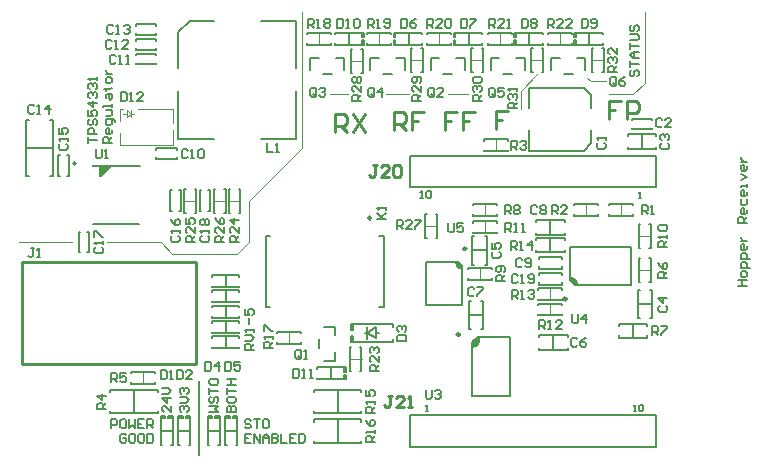
<source format=gto>
G04*
G04 #@! TF.GenerationSoftware,Altium Limited,Altium Designer,24.1.2 (44)*
G04*
G04 Layer_Color=65535*
%FSLAX44Y44*%
%MOMM*%
G71*
G04*
G04 #@! TF.SameCoordinates,8940CB7B-32E8-470A-AB05-D825E909EC58*
G04*
G04*
G04 #@! TF.FilePolarity,Positive*
G04*
G01*
G75*
%ADD10C,0.2500*%
%ADD11C,0.2000*%
%ADD12C,0.1500*%
%ADD13C,0.1000*%
%ADD14C,0.2540*%
%ADD15C,0.1270*%
%ADD16C,0.1524*%
G36*
X63030Y243521D02*
X67996D01*
Y236000D01*
Y235695D01*
X68334Y235189D01*
X68897Y234956D01*
X69495Y235075D01*
X69710Y235290D01*
X69710D01*
X77940Y243521D01*
X101975D01*
X102175D01*
X102544Y243674D01*
X102826Y243956D01*
X102979Y244325D01*
Y244525D01*
Y244724D01*
X102826Y245093D01*
X102544Y245376D01*
X102175Y245528D01*
X101975D01*
D01*
X63030D01*
X62614D01*
X62026Y244940D01*
Y244109D01*
X62614Y243521D01*
X63030D01*
D01*
D02*
G37*
G36*
X375500Y160000D02*
Y157000D01*
X374406D01*
X372384Y157837D01*
X370837Y159384D01*
X370000Y161406D01*
Y162500D01*
D01*
Y163500D01*
X372000D01*
X375500Y160000D01*
D02*
G37*
G36*
X384004Y91250D02*
X384754D01*
X386208Y91619D01*
X387526Y92334D01*
X388627Y93353D01*
X389444Y94611D01*
X389927Y96031D01*
X390044Y97526D01*
X389790Y99004D01*
X389486Y99690D01*
D01*
X384004Y94250D01*
X384004Y91250D01*
D02*
G37*
G36*
X473000Y144000D02*
Y145194D01*
X472087Y147399D01*
X470399Y149087D01*
X468194Y150000D01*
X467000D01*
D01*
X467000D01*
Y147000D01*
X470000Y144000D01*
X473000Y144000D01*
D02*
G37*
G36*
X566441Y344847D02*
Y344881D01*
X566475D01*
Y344847D01*
X566441D01*
D02*
G37*
G36*
X580500Y334900D02*
Y334950D01*
X580550D01*
Y334900D01*
X580500D01*
D02*
G37*
G36*
X556059Y362619D02*
X556025D01*
Y362653D01*
X556059D01*
Y362619D01*
D02*
G37*
G36*
X565400Y360750D02*
X565350D01*
Y360800D01*
X565400D01*
Y360750D01*
D02*
G37*
D10*
X298250Y200500D02*
G03*
X298250Y200500I-1250J0D01*
G01*
X373330Y101750D02*
G03*
X373330Y101750I-1250J0D01*
G01*
X378750Y174500D02*
G03*
X378750Y174500I-1250J0D01*
G01*
X463750Y132000D02*
G03*
X463750Y132000I-1250J0D01*
G01*
D11*
X384004Y91250D02*
G03*
X389540Y99563I0J6000D01*
G01*
X48000Y246500D02*
G03*
X48000Y246500I-1000J0D01*
G01*
X370000Y162500D02*
G03*
X375500Y157000I5500J0D01*
G01*
X473000Y144000D02*
G03*
X467000Y150000I-6000J0D01*
G01*
X331000Y226750D02*
X539000D01*
X331000D02*
Y253250D01*
X539000D01*
Y226750D02*
Y253250D01*
X331000Y33250D02*
X539000D01*
Y6750D02*
Y33250D01*
X331000Y6750D02*
X539000D01*
X331000D02*
Y33250D01*
X309000Y125000D02*
Y185000D01*
X209002Y125000D02*
Y185000D01*
X305000Y125000D02*
X309000D01*
X305000Y185000D02*
X309000D01*
X209002Y125000D02*
X213000D01*
X209002Y185000D02*
X213000D01*
X319250Y336000D02*
X326500D01*
Y326000D02*
Y336000D01*
X297500D02*
X304750D01*
X297500Y326000D02*
Y336000D01*
X308250Y322000D02*
X315750D01*
X421250Y336000D02*
X428500D01*
Y326000D02*
Y336000D01*
X399500D02*
X406750D01*
X399500Y326000D02*
Y336000D01*
X410250Y322000D02*
X417750D01*
X268250Y336000D02*
X275500D01*
Y326000D02*
Y336000D01*
X246500D02*
X253750D01*
X246500Y326000D02*
Y336000D01*
X257250Y322000D02*
X264750D01*
X431500Y257500D02*
X478250D01*
X431500Y310500D02*
X478250D01*
Y257500D02*
X484500Y263750D01*
X478250Y310500D02*
X484500Y304250D01*
X431500Y257500D02*
Y274500D01*
Y293500D02*
Y310500D01*
X484500Y263750D02*
Y274500D01*
Y293500D02*
Y304250D01*
X472250Y336000D02*
X479500D01*
Y326000D02*
Y336000D01*
X450500D02*
X457750D01*
X450500Y326000D02*
Y336000D01*
X461250Y322000D02*
X468750D01*
X268000Y79500D02*
Y86750D01*
X258000Y79500D02*
X268000D01*
Y101250D02*
Y108500D01*
X258000D02*
X268000D01*
X254000Y90250D02*
Y97750D01*
X295000Y98000D02*
Y108000D01*
Y103000D02*
X302000Y99000D01*
X295000Y103000D02*
X302000Y108000D01*
Y99000D02*
Y108000D01*
X293000Y103000D02*
X295000D01*
X302000D02*
X305000D01*
X370250Y336000D02*
X377500D01*
Y326000D02*
Y336000D01*
X348500D02*
X355750D01*
X348500Y326000D02*
Y336000D01*
X359250Y322000D02*
X366750D01*
X384004Y50000D02*
Y95120D01*
X388574Y99690D01*
X416004D01*
Y50000D02*
Y99690D01*
X384004Y50000D02*
X416004D01*
X152500Y0D02*
Y62500D01*
X135000Y267500D02*
Y308000D01*
X235000Y267500D02*
Y308000D01*
X135000Y357500D02*
X145000Y367500D01*
X135000Y327000D02*
Y357500D01*
X235000Y327000D02*
Y367500D01*
X205000D02*
X235000D01*
X145000D02*
X165000D01*
X205000Y267500D02*
X235000D01*
X135000D02*
X165000D01*
X69000Y236000D02*
Y244500D01*
Y236000D02*
X77500Y244500D01*
X63030Y244525D02*
X101975D01*
X63025Y195475D02*
X101970D01*
X370000Y162500D02*
Y163500D01*
X344500D02*
X372000D01*
X375500Y160000D01*
Y126500D02*
Y160000D01*
X344500Y126500D02*
Y163500D01*
Y126500D02*
X375500D01*
X518000Y144000D02*
Y176000D01*
X467000D02*
X518000D01*
X467000Y147500D02*
Y176000D01*
Y147500D02*
X470500Y144000D01*
X518000D01*
D12*
X264000Y63920D02*
Y74080D01*
X252570Y72810D02*
Y74080D01*
X275430D01*
Y70270D02*
Y74080D01*
Y63920D02*
Y67730D01*
X252570Y63920D02*
X275430D01*
X252570D02*
Y65190D01*
X275430Y74080D02*
X276700D01*
Y70270D02*
Y74080D01*
X275430Y70270D02*
X276700D01*
X275430Y63920D02*
X276700D01*
Y67730D01*
X275430D02*
X276700D01*
X332000Y344160D02*
X333190D01*
X332000Y323840D02*
Y344160D01*
Y323840D02*
X333190D01*
X340810D02*
X342000D01*
Y344160D01*
X340810D02*
X342000D01*
X434000D02*
X435190D01*
X434000Y323840D02*
Y344160D01*
Y323840D02*
X435190D01*
X442810D02*
X444000D01*
Y344160D01*
X442810D02*
X444000D01*
X396840Y355810D02*
Y357000D01*
X417160D01*
Y355810D02*
Y357000D01*
Y347000D02*
Y348190D01*
X396840Y347000D02*
X417160D01*
X396840D02*
Y348190D01*
X432000Y346920D02*
Y357080D01*
X443430Y346920D02*
Y348190D01*
X420570Y346920D02*
X443430D01*
X420570D02*
Y350730D01*
Y353270D02*
Y357080D01*
X443430D01*
Y355810D02*
Y357080D01*
X419300Y346920D02*
X420570D01*
X419300D02*
Y350730D01*
X420570D01*
X419300Y357080D02*
X420570D01*
X419300Y353270D02*
Y357080D01*
Y353270D02*
X420570D01*
X330000Y346920D02*
Y357080D01*
X341430Y346920D02*
Y348190D01*
X318570Y346920D02*
X341430D01*
X318570D02*
Y350730D01*
Y353270D02*
Y357080D01*
X341430D01*
Y355810D02*
Y357080D01*
X317300Y346920D02*
X318570D01*
X317300D02*
Y350730D01*
X318570D01*
X317300Y357080D02*
X318570D01*
X317300Y353270D02*
Y357080D01*
Y353270D02*
X318570D01*
X294840Y355810D02*
Y357000D01*
X315160D01*
Y355810D02*
Y357000D01*
Y347000D02*
Y348190D01*
X294840Y347000D02*
X315160D01*
X294840D02*
Y348190D01*
X281000Y343660D02*
X282190D01*
X281000Y323340D02*
Y343660D01*
Y323340D02*
X282190D01*
X289810D02*
X291000D01*
Y343660D01*
X289810D02*
X291000D01*
X290680Y350730D02*
X291950D01*
Y346920D02*
Y350730D01*
X290680Y346920D02*
X291950D01*
X290680Y353270D02*
X291950D01*
Y357080D01*
X290680D02*
X291950D01*
X267820Y346920D02*
Y348190D01*
Y346920D02*
X290680D01*
Y350730D01*
Y353270D02*
Y357080D01*
X267820D02*
X290680D01*
X267820Y355810D02*
Y357080D01*
X279250Y346920D02*
Y357080D01*
X264160Y347000D02*
Y348190D01*
X243840Y347000D02*
X264160D01*
X243840D02*
Y348190D01*
Y355810D02*
Y357000D01*
X264160D01*
Y355810D02*
Y357000D01*
X218840Y94000D02*
Y95190D01*
Y94000D02*
X239160D01*
Y95190D01*
Y102810D02*
Y104000D01*
X218840D02*
X239160D01*
X218840Y102810D02*
Y104000D01*
X281220Y111000D02*
X282490Y109730D01*
X281220Y111000D02*
X316780D01*
Y108250D02*
Y111000D01*
X282490Y105540D02*
Y109730D01*
X281220Y105540D02*
X282490D01*
X281220D02*
Y111000D01*
Y95000D02*
X282490Y96270D01*
X281220Y95000D02*
X316780D01*
Y97750D01*
X282490Y96270D02*
Y100460D01*
X281220D02*
X282490D01*
X281220Y95000D02*
Y100460D01*
X485000Y344160D02*
X486190D01*
X485000Y323840D02*
Y344160D01*
Y323840D02*
X486190D01*
X493810D02*
X495000D01*
Y344160D01*
X493810D02*
X495000D01*
X447840Y355810D02*
Y357000D01*
X468160D01*
Y355810D02*
Y357000D01*
Y347000D02*
Y348190D01*
X447840Y347000D02*
X468160D01*
X447840D02*
Y348190D01*
X470300Y353270D02*
X471570D01*
X470300D02*
Y357080D01*
X471570D01*
X470300Y350730D02*
X471570D01*
X470300Y346920D02*
Y350730D01*
Y346920D02*
X471570D01*
X494430Y355810D02*
Y357080D01*
X471570D02*
X494430D01*
X471570Y353270D02*
Y357080D01*
Y346920D02*
Y350730D01*
Y346920D02*
X494430D01*
Y348190D01*
X483000Y346920D02*
Y357080D01*
X383000Y344160D02*
X384190D01*
X383000Y323840D02*
Y344160D01*
Y323840D02*
X384190D01*
X391810D02*
X393000D01*
Y344160D01*
X391810D02*
X393000D01*
X345840Y355810D02*
Y357000D01*
X366160D01*
Y355810D02*
Y357000D01*
Y347000D02*
Y348190D01*
X345840Y347000D02*
X366160D01*
X345840D02*
Y348190D01*
X381000Y346920D02*
Y357080D01*
X392430Y346920D02*
Y348190D01*
X369570Y346920D02*
X392430D01*
X369570D02*
Y350730D01*
Y353270D02*
Y357080D01*
X392430D01*
Y355810D02*
Y357080D01*
X368300Y346920D02*
X369570D01*
X368300D02*
Y350730D01*
X369570D01*
X368300Y357080D02*
X369570D01*
X368300Y353270D02*
Y357080D01*
Y353270D02*
X369570D01*
X440000Y152000D02*
Y154000D01*
X460000D01*
Y152000D02*
Y154000D01*
Y144000D02*
Y146000D01*
X440000Y144000D02*
X460000D01*
X440000D02*
Y146000D01*
X352810Y183840D02*
X354000D01*
Y204160D01*
X352810D02*
X354000D01*
X344000D02*
X345190D01*
X344000Y183840D02*
Y204160D01*
Y183840D02*
X345190D01*
X380750Y130000D02*
X382500D01*
X380750Y106000D02*
Y130000D01*
Y106000D02*
X382500D01*
X391500D02*
X393250D01*
Y130000D01*
X391500D02*
X393250D01*
X380750Y118000D02*
X393250D01*
X126270Y31430D02*
Y32700D01*
X130080D01*
Y31430D02*
Y32700D01*
X123730Y31430D02*
Y32700D01*
X119920D02*
X123730D01*
X119920Y31430D02*
Y32700D01*
X128810Y8570D02*
X130080D01*
Y31430D01*
X126270D02*
X130080D01*
X119920D02*
X123730D01*
X119920Y8570D02*
Y31430D01*
Y8570D02*
X121190D01*
X119920Y20000D02*
X130080D01*
X181270Y31430D02*
Y32700D01*
X185080D01*
Y31430D02*
Y32700D01*
X178730Y31430D02*
Y32700D01*
X174920D02*
X178730D01*
X174920Y31430D02*
Y32700D01*
X183810Y8570D02*
X185080D01*
Y31430D01*
X181270D02*
X185080D01*
X174920D02*
X178730D01*
X174920Y8570D02*
Y31430D01*
Y8570D02*
X176190D01*
X174920Y20000D02*
X185080D01*
X141270Y31430D02*
Y32700D01*
X145080D01*
Y31430D02*
Y32700D01*
X138730Y31430D02*
Y32700D01*
X134920D02*
X138730D01*
X134920Y31430D02*
Y32700D01*
X143810Y8570D02*
X145080D01*
Y31430D01*
X141270D02*
X145080D01*
X134920D02*
X138730D01*
X134920Y8570D02*
Y31430D01*
Y8570D02*
X136190D01*
X134920Y20000D02*
X145080D01*
X166270Y31430D02*
Y32700D01*
X170080D01*
Y31430D02*
Y32700D01*
X163730Y31430D02*
Y32700D01*
X159920D02*
X163730D01*
X159920Y31430D02*
Y32700D01*
X168810Y8570D02*
X170080D01*
Y31430D01*
X166270D02*
X170080D01*
X159920D02*
X163730D01*
X159920Y8570D02*
Y31430D01*
Y8570D02*
X161190D01*
X159920Y20000D02*
X170080D01*
X98750Y363000D02*
Y364500D01*
X116250D01*
Y363000D02*
Y364500D01*
Y355500D02*
Y357000D01*
X98750Y355500D02*
X116250D01*
X98750D02*
Y357000D01*
Y350500D02*
Y352000D01*
X116250D01*
Y350500D02*
Y352000D01*
Y343000D02*
Y344500D01*
X98750Y343000D02*
X116250D01*
X98750D02*
Y344500D01*
Y338000D02*
Y339500D01*
X116250D01*
Y338000D02*
Y339500D01*
Y330500D02*
Y332000D01*
X98750Y330500D02*
X116250D01*
X98750D02*
Y332000D01*
X116250Y258000D02*
Y259500D01*
X133750D01*
Y258000D02*
Y259500D01*
Y250500D02*
Y252000D01*
X116250Y250500D02*
X133750D01*
X116250D02*
Y252000D01*
X186310Y204840D02*
X187500D01*
Y225160D01*
X186310D02*
X187500D01*
X177500D02*
X178690D01*
X177500Y204840D02*
Y225160D01*
Y204840D02*
X178690D01*
X165000Y225160D02*
X166190D01*
X165000Y204840D02*
Y225160D01*
Y204840D02*
X166190D01*
X173810D02*
X175000D01*
Y225160D01*
X173810D02*
X175000D01*
X160500Y223750D02*
X162000D01*
Y206250D02*
Y223750D01*
X160500Y206250D02*
X162000D01*
X153000D02*
X154500D01*
X153000D02*
Y223750D01*
X154500D01*
X140000Y225160D02*
X141190D01*
X140000Y204840D02*
Y225160D01*
Y204840D02*
X141190D01*
X148810D02*
X150000D01*
Y225160D01*
X148810D02*
X150000D01*
X128000Y206250D02*
X129500D01*
X128000D02*
Y223750D01*
X129500D01*
X135500D02*
X137000D01*
Y206250D02*
Y223750D01*
X135500Y206250D02*
X137000D01*
X6250Y283750D02*
X8750D01*
X6250Y236250D02*
Y283750D01*
Y236250D02*
X8750D01*
X26250D02*
X28750D01*
Y283750D01*
X26250D02*
X28750D01*
X6250Y260000D02*
X28750D01*
X40500Y253750D02*
X42000D01*
Y236250D02*
Y253750D01*
X40500Y236250D02*
X42000D01*
X33000D02*
X34500D01*
X33000D02*
Y253750D01*
X34500D01*
X50500Y171250D02*
X52000D01*
X50500D02*
Y188750D01*
X52000D01*
X58000D02*
X59500D01*
Y171250D02*
Y188750D01*
X58000Y171250D02*
X59500D01*
X460160Y139810D02*
Y141000D01*
X439840D02*
X460160D01*
X439840Y139810D02*
Y141000D01*
Y131000D02*
Y132190D01*
Y131000D02*
X460160D01*
Y132190D01*
Y126810D02*
Y128000D01*
X439840D02*
X460160D01*
X439840Y126810D02*
Y128000D01*
Y118000D02*
Y119190D01*
Y118000D02*
X460160D01*
Y119190D01*
X405160Y196310D02*
Y197500D01*
X384840D02*
X405160D01*
X384840Y196310D02*
Y197500D01*
Y187500D02*
Y188690D01*
Y187500D02*
X405160D01*
Y188690D01*
X533810Y174840D02*
X535000D01*
Y195160D01*
X533810D02*
X535000D01*
X525000D02*
X526190D01*
X525000Y174840D02*
Y195160D01*
Y174840D02*
X526190D01*
X379840Y148000D02*
Y149190D01*
Y148000D02*
X400160D01*
Y149190D01*
Y156810D02*
Y158000D01*
X379840D02*
X400160D01*
X379840Y156810D02*
Y158000D01*
X384840Y202500D02*
Y203690D01*
Y202500D02*
X405160D01*
Y203690D01*
Y211310D02*
Y212500D01*
X384840D02*
X405160D01*
X384840Y211310D02*
Y212500D01*
X525000Y166160D02*
X526190D01*
X525000Y145840D02*
Y166160D01*
Y145840D02*
X526190D01*
X533810D02*
X535000D01*
Y166160D01*
X533810D02*
X535000D01*
X414160Y265810D02*
Y267000D01*
X393840D02*
X414160D01*
X393840Y265810D02*
Y267000D01*
Y257000D02*
Y258190D01*
Y257000D02*
X414160D01*
Y258190D01*
X490160Y211310D02*
Y212500D01*
X469840D02*
X490160D01*
X469840Y211310D02*
Y212500D01*
Y202500D02*
Y203690D01*
Y202500D02*
X490160D01*
Y203690D01*
X499840Y202500D02*
Y203690D01*
Y202500D02*
X520160D01*
Y203690D01*
Y211310D02*
Y212500D01*
X499840D02*
X520160D01*
X499840Y211310D02*
Y212500D01*
X536250Y275500D02*
Y277000D01*
X518750Y275500D02*
X536250D01*
X518750D02*
Y277000D01*
Y283000D02*
Y284500D01*
X536250D01*
Y283000D02*
Y284500D01*
X440000Y165500D02*
Y167500D01*
X460000D01*
Y165500D02*
Y167500D01*
Y157500D02*
Y159500D01*
X440000Y157500D02*
X460000D01*
X440000D02*
Y159500D01*
X394500Y161000D02*
X396250D01*
Y185000D01*
X394500D02*
X396250D01*
X383750D02*
X385500D01*
X383750Y161000D02*
Y185000D01*
Y161000D02*
X385500D01*
X383750Y173000D02*
X396250D01*
X280000Y91160D02*
X281190D01*
X280000Y70840D02*
Y91160D01*
Y70840D02*
X281190D01*
X288810D02*
X290000D01*
Y91160D01*
X288810D02*
X290000D01*
X539500Y269500D02*
Y271250D01*
X515500D02*
X539500D01*
X515500Y269500D02*
Y271250D01*
Y258750D02*
Y260500D01*
Y258750D02*
X539500D01*
Y260500D01*
X527500Y258750D02*
Y271250D01*
X450000Y186250D02*
Y198750D01*
X438000Y197000D02*
Y198750D01*
X462000D01*
Y197000D02*
Y198750D01*
Y186250D02*
Y188000D01*
X438000Y186250D02*
X462000D01*
X438000D02*
Y188000D01*
X175000Y102920D02*
Y113080D01*
X186430Y102920D02*
Y104190D01*
X163570Y102920D02*
X186430D01*
X163570D02*
Y104190D01*
Y111810D02*
Y113080D01*
X186430D01*
Y111810D02*
Y113080D01*
X175000Y128920D02*
Y139080D01*
X186430Y128920D02*
Y130190D01*
X163570Y128920D02*
X186430D01*
X163570D02*
Y130190D01*
Y137810D02*
Y139080D01*
X186430D01*
Y137810D02*
Y139080D01*
X175000Y141920D02*
Y152080D01*
X186430Y141920D02*
Y143190D01*
X163570Y141920D02*
X186430D01*
X163570D02*
Y143190D01*
Y150810D02*
Y152080D01*
X186430D01*
Y150810D02*
Y152080D01*
X290000Y10000D02*
Y12000D01*
X250000Y10000D02*
X290000D01*
X250000D02*
Y12000D01*
Y28000D02*
Y30000D01*
X290000D01*
Y28000D02*
Y30000D01*
X270000Y10000D02*
Y30000D01*
X508000Y109000D02*
Y111000D01*
X532000D01*
Y109000D02*
Y111000D01*
Y99000D02*
Y101000D01*
X508000Y99000D02*
X532000D01*
X508000D02*
Y101000D01*
X520000Y99000D02*
Y111000D01*
X523750Y127500D02*
X536250D01*
X523750Y115500D02*
X525500D01*
X523750D02*
Y139500D01*
X525500D01*
X534500D02*
X536250D01*
Y115500D02*
Y139500D01*
X534500Y115500D02*
X536250D01*
X450000Y171500D02*
Y183500D01*
X462000Y181500D02*
Y183500D01*
X438000D02*
X462000D01*
X438000Y181500D02*
Y183500D01*
Y171500D02*
Y173500D01*
Y171500D02*
X462000D01*
Y173500D01*
X186430Y98810D02*
Y100080D01*
X163570D02*
X186430D01*
X163570Y98810D02*
Y100080D01*
Y89920D02*
Y91190D01*
Y89920D02*
X186430D01*
Y91190D01*
X175000Y89920D02*
Y100080D01*
X186430Y124810D02*
Y126080D01*
X163570D02*
X186430D01*
X163570Y124810D02*
Y126080D01*
Y115920D02*
Y117190D01*
Y115920D02*
X186430D01*
Y117190D01*
X175000Y115920D02*
Y126080D01*
X97500Y35000D02*
Y55000D01*
X77500Y35000D02*
Y37000D01*
Y35000D02*
X117500D01*
Y37000D01*
Y53000D02*
Y55000D01*
X77500D02*
X117500D01*
X77500Y53000D02*
Y55000D01*
X270000Y35000D02*
Y55000D01*
X290000Y53000D02*
Y55000D01*
X250000D02*
X290000D01*
X250000Y53000D02*
Y55000D01*
Y35000D02*
Y37000D01*
Y35000D02*
X290000D01*
Y37000D01*
X94840Y68810D02*
Y70000D01*
X115160D01*
Y68810D02*
Y70000D01*
Y60000D02*
Y61190D01*
X94840Y60000D02*
X115160D01*
X94840D02*
Y61190D01*
X464500Y99500D02*
Y101250D01*
X440500D02*
X464500D01*
X440500Y99500D02*
Y101250D01*
Y88750D02*
Y90500D01*
Y88750D02*
X464500D01*
Y90500D01*
X452500Y88750D02*
Y101250D01*
D13*
X263000Y305000D02*
X279000D01*
X311000D02*
X330000D01*
X363000D02*
X365000D01*
X380000D01*
X500000D02*
X520000D01*
X530000Y315000D01*
Y375000D01*
X331920Y334000D02*
X342080D01*
X433920D02*
X444080D01*
X407000Y346920D02*
Y357080D01*
X305000Y346920D02*
Y357080D01*
X481000Y319000D02*
X484000Y316000D01*
X497000D01*
X425000Y293000D02*
Y308000D01*
X439000Y322000D01*
X280920Y333500D02*
X291080D01*
X254000Y346920D02*
Y357080D01*
X229000Y93920D02*
Y104080D01*
X484920Y334000D02*
X495080D01*
X458000Y346920D02*
Y357080D01*
X382920Y334000D02*
X393080D01*
X356000Y346920D02*
Y357080D01*
X343920Y194000D02*
X354080D01*
X240000Y260000D02*
Y375000D01*
X195000Y215000D02*
X240000Y260000D01*
X195000Y180000D02*
Y215000D01*
X185000Y170000D02*
X195000Y180000D01*
X130000Y170000D02*
X185000D01*
X120000Y180000D02*
X130000Y170000D01*
X75000Y180000D02*
X120000D01*
X0D02*
X45000D01*
X177420Y215000D02*
X187580D01*
X164920D02*
X175080D01*
X139920D02*
X150080D01*
X88490Y288500D02*
X91490D01*
Y285500D02*
X94490Y288500D01*
X91490Y285500D02*
Y291500D01*
X94490Y288500D01*
X97490D01*
X94490Y285500D02*
Y291500D01*
X100490Y292500D02*
X130490D01*
X85490D02*
X88490D01*
X85490Y282500D02*
Y292500D01*
X130490Y280500D02*
Y292500D01*
X85490Y262500D02*
X130490D01*
X85490D02*
Y272500D01*
X130490Y262500D02*
Y274500D01*
X450000Y130920D02*
Y141080D01*
Y117920D02*
Y128080D01*
X395000Y187420D02*
Y197580D01*
X524920Y185000D02*
X535080D01*
X390000Y147920D02*
Y158080D01*
X395000Y202420D02*
Y212580D01*
X524920Y156000D02*
X535080D01*
X404000Y256920D02*
Y267080D01*
X480000Y202420D02*
Y212580D01*
X510000Y202420D02*
Y212580D01*
X279920Y81000D02*
X290080D01*
X105000Y59920D02*
Y70080D01*
D14*
X150000Y77000D02*
Y163000D01*
X3000D02*
X150000D01*
X3000Y77000D02*
Y163000D01*
Y77000D02*
X150000D01*
X509697Y299775D02*
X499540D01*
Y292157D01*
X504618D01*
X499540D01*
Y284540D01*
X514775D02*
Y299775D01*
X522393D01*
X524932Y297236D01*
Y292157D01*
X522393Y289618D01*
X514775D01*
X413697Y290775D02*
X403540D01*
Y283158D01*
X408618D01*
X403540D01*
Y275540D01*
X370697Y289775D02*
X360540D01*
Y282157D01*
X365618D01*
X360540D01*
Y274540D01*
X385932Y289775D02*
X375775D01*
Y282157D01*
X380853D01*
X375775D01*
Y274540D01*
X317540D02*
Y289775D01*
X325158D01*
X327697Y287236D01*
Y282157D01*
X325158Y279618D01*
X317540D01*
X322618D02*
X327697Y274540D01*
X342932Y289775D02*
X332775D01*
Y282157D01*
X337853D01*
X332775D01*
Y274540D01*
X267540Y273540D02*
Y288775D01*
X275158D01*
X277697Y286236D01*
Y281157D01*
X275158Y278618D01*
X267540D01*
X272618D02*
X277697Y273540D01*
X282775Y288775D02*
X292932Y273540D01*
Y288775D02*
X282775Y273540D01*
X316002Y49998D02*
X312669D01*
X314335D01*
Y41668D01*
X312669Y40002D01*
X311003D01*
X309337Y41668D01*
X325998Y40002D02*
X319334D01*
X325998Y46666D01*
Y48332D01*
X324332Y49998D01*
X321000D01*
X319334Y48332D01*
X329331Y40002D02*
X332663D01*
X330997D01*
Y49998D01*
X329331Y48332D01*
X303335Y244998D02*
X300003D01*
X301669D01*
Y236668D01*
X300003Y235002D01*
X298337D01*
X296671Y236668D01*
X313332Y235002D02*
X306668D01*
X313332Y241666D01*
Y243332D01*
X311666Y244998D01*
X308334D01*
X306668Y243332D01*
X316665D02*
X318331Y244998D01*
X321663D01*
X323329Y243332D01*
Y236668D01*
X321663Y235002D01*
X318331D01*
X316665Y236668D01*
Y243332D01*
D15*
X128809Y41348D02*
Y36270D01*
X123730Y41348D01*
X122461D01*
X121191Y40079D01*
Y37540D01*
X122461Y36270D01*
X128809Y47696D02*
X121191D01*
X125000Y43888D01*
Y48966D01*
X121191Y51505D02*
X126270D01*
X128809Y54044D01*
X126270Y56583D01*
X121191D01*
X78182Y22286D02*
Y29903D01*
X81990D01*
X83260Y28634D01*
Y26095D01*
X81990Y24825D01*
X78182D01*
X89608Y29903D02*
X87069D01*
X85799Y28634D01*
Y23555D01*
X87069Y22286D01*
X89608D01*
X90877Y23555D01*
Y28634D01*
X89608Y29903D01*
X93417D02*
Y22286D01*
X95956Y24825D01*
X98495Y22286D01*
Y29903D01*
X106112D02*
X101034D01*
Y22286D01*
X106112D01*
X101034Y26095D02*
X103573D01*
X108652Y22286D02*
Y29903D01*
X112460D01*
X113730Y28634D01*
Y26095D01*
X112460Y24825D01*
X108652D01*
X111191D02*
X113730Y22286D01*
X90877Y16445D02*
X89608Y17714D01*
X87069D01*
X85799Y16445D01*
Y11366D01*
X87069Y10097D01*
X89608D01*
X90877Y11366D01*
Y13906D01*
X88338D01*
X97225Y17714D02*
X94686D01*
X93417Y16445D01*
Y11366D01*
X94686Y10097D01*
X97225D01*
X98495Y11366D01*
Y16445D01*
X97225Y17714D01*
X104843D02*
X102304D01*
X101034Y16445D01*
Y11366D01*
X102304Y10097D01*
X104843D01*
X106112Y11366D01*
Y16445D01*
X104843Y17714D01*
X108652D02*
Y10097D01*
X112460D01*
X113730Y11366D01*
Y16445D01*
X112460Y17714D01*
X108652D01*
X196348Y28634D02*
X195079Y29903D01*
X192540D01*
X191270Y28634D01*
Y27364D01*
X192540Y26095D01*
X195079D01*
X196348Y24825D01*
Y23555D01*
X195079Y22286D01*
X192540D01*
X191270Y23555D01*
X198888Y29903D02*
X203966D01*
X201427D01*
Y22286D01*
X210314Y29903D02*
X207775D01*
X206505Y28634D01*
Y23555D01*
X207775Y22286D01*
X210314D01*
X211583Y23555D01*
Y28634D01*
X210314Y29903D01*
X196348Y17714D02*
X191270D01*
Y10097D01*
X196348D01*
X191270Y13906D02*
X193809D01*
X198888Y10097D02*
Y17714D01*
X203966Y10097D01*
Y17714D01*
X206505Y10097D02*
Y15175D01*
X209044Y17714D01*
X211583Y15175D01*
Y10097D01*
Y13906D01*
X206505D01*
X214123Y17714D02*
Y10097D01*
X217931D01*
X219201Y11366D01*
Y12636D01*
X217931Y13906D01*
X214123D01*
X217931D01*
X219201Y15175D01*
Y16445D01*
X217931Y17714D01*
X214123D01*
X221740D02*
Y10097D01*
X226819D01*
X234436Y17714D02*
X229358D01*
Y10097D01*
X234436D01*
X229358Y13906D02*
X231897D01*
X236975Y17714D02*
Y10097D01*
X240784D01*
X242054Y11366D01*
Y16445D01*
X240784Y17714D01*
X236975D01*
X518540Y325642D02*
X517270Y324373D01*
Y321833D01*
X518540Y320564D01*
X519809D01*
X521079Y321833D01*
Y324373D01*
X522348Y325642D01*
X523618D01*
X524887Y324373D01*
Y321833D01*
X523618Y320564D01*
X517270Y328181D02*
Y333260D01*
Y330721D01*
X524887D01*
Y335799D02*
X519809D01*
X517270Y338338D01*
X519809Y340877D01*
X524887D01*
X521079D01*
Y335799D01*
X517270Y343417D02*
Y348495D01*
Y345956D01*
X524887D01*
X517270Y351034D02*
X523618D01*
X524887Y352304D01*
Y354843D01*
X523618Y356112D01*
X517270D01*
X518540Y363730D02*
X517270Y362460D01*
Y359921D01*
X518540Y358652D01*
X519809D01*
X521079Y359921D01*
Y362460D01*
X522348Y363730D01*
X523618D01*
X524887Y362460D01*
Y359921D01*
X523618Y358652D01*
X176191Y36270D02*
X183809D01*
Y40079D01*
X182539Y41348D01*
X181270D01*
X180000Y40079D01*
Y36270D01*
Y40079D01*
X178730Y41348D01*
X177461D01*
X176191Y40079D01*
Y36270D01*
Y47696D02*
Y45157D01*
X177461Y43888D01*
X182539D01*
X183809Y45157D01*
Y47696D01*
X182539Y48966D01*
X177461D01*
X176191Y47696D01*
Y51505D02*
Y56583D01*
Y54044D01*
X183809D01*
X176191Y59123D02*
X183809D01*
X180000D01*
Y64201D01*
X176191D01*
X183809D01*
X608573Y142545D02*
X616191D01*
X612382D01*
Y147624D01*
X608573D01*
X616191D01*
Y151432D02*
Y153972D01*
X614921Y155241D01*
X612382D01*
X611112Y153972D01*
Y151432D01*
X612382Y150163D01*
X614921D01*
X616191Y151432D01*
X618730Y157780D02*
X611112D01*
Y161589D01*
X612382Y162859D01*
X614921D01*
X616191Y161589D01*
Y157780D01*
X618730Y165398D02*
X611112D01*
Y169207D01*
X612382Y170476D01*
X614921D01*
X616191Y169207D01*
Y165398D01*
Y176824D02*
Y174285D01*
X614921Y173015D01*
X612382D01*
X611112Y174285D01*
Y176824D01*
X612382Y178094D01*
X613652D01*
Y173015D01*
X611112Y180633D02*
X616191D01*
X613652D01*
X612382Y181903D01*
X611112Y183172D01*
Y184442D01*
X616191Y195868D02*
X608573D01*
Y199677D01*
X609843Y200946D01*
X612382D01*
X613652Y199677D01*
Y195868D01*
Y198407D02*
X616191Y200946D01*
Y207294D02*
Y204755D01*
X614921Y203486D01*
X612382D01*
X611112Y204755D01*
Y207294D01*
X612382Y208564D01*
X613652D01*
Y203486D01*
X611112Y216182D02*
Y212373D01*
X612382Y211103D01*
X614921D01*
X616191Y212373D01*
Y216182D01*
Y222529D02*
Y219990D01*
X614921Y218721D01*
X612382D01*
X611112Y219990D01*
Y222529D01*
X612382Y223799D01*
X613652D01*
Y218721D01*
X616191Y226338D02*
Y228877D01*
Y227608D01*
X611112D01*
Y226338D01*
Y232686D02*
X616191Y235225D01*
X611112Y237764D01*
X616191Y244112D02*
Y241573D01*
X614921Y240304D01*
X612382D01*
X611112Y241573D01*
Y244112D01*
X612382Y245382D01*
X613652D01*
Y240304D01*
X611112Y247921D02*
X616191D01*
X613652D01*
X612382Y249191D01*
X611112Y250460D01*
Y251730D01*
X137461Y36270D02*
X136191Y37540D01*
Y40079D01*
X137461Y41348D01*
X138730D01*
X140000Y40079D01*
Y38809D01*
Y40079D01*
X141270Y41348D01*
X142539D01*
X143809Y40079D01*
Y37540D01*
X142539Y36270D01*
X136191Y43888D02*
X141270D01*
X143809Y46427D01*
X141270Y48966D01*
X136191D01*
X137461Y51505D02*
X136191Y52775D01*
Y55314D01*
X137461Y56583D01*
X138730D01*
X140000Y55314D01*
Y54044D01*
Y55314D01*
X141270Y56583D01*
X142539D01*
X143809Y55314D01*
Y52775D01*
X142539Y51505D01*
X58770Y263770D02*
Y268848D01*
Y266309D01*
X66388D01*
Y271388D02*
X58770D01*
Y275196D01*
X60040Y276466D01*
X62579D01*
X63848Y275196D01*
Y271388D01*
X60040Y284083D02*
X58770Y282814D01*
Y280275D01*
X60040Y279005D01*
X61309D01*
X62579Y280275D01*
Y282814D01*
X63848Y284083D01*
X65118D01*
X66388Y282814D01*
Y280275D01*
X65118Y279005D01*
X58770Y291701D02*
Y286623D01*
X62579D01*
X61309Y289162D01*
Y290431D01*
X62579Y291701D01*
X65118D01*
X66388Y290431D01*
Y287892D01*
X65118Y286623D01*
X66388Y298049D02*
X58770D01*
X62579Y294240D01*
Y299319D01*
X60040Y301858D02*
X58770Y303127D01*
Y305667D01*
X60040Y306936D01*
X61309D01*
X62579Y305667D01*
Y304397D01*
Y305667D01*
X63848Y306936D01*
X65118D01*
X66388Y305667D01*
Y303127D01*
X65118Y301858D01*
X60040Y309475D02*
X58770Y310745D01*
Y313284D01*
X60040Y314554D01*
X61309D01*
X62579Y313284D01*
Y312014D01*
Y313284D01*
X63848Y314554D01*
X65118D01*
X66388Y313284D01*
Y310745D01*
X65118Y309475D01*
X66388Y317093D02*
Y319632D01*
Y318362D01*
X58770D01*
X60040Y317093D01*
X78577Y263770D02*
X70959D01*
Y267579D01*
X72229Y268848D01*
X74768D01*
X76037Y267579D01*
Y263770D01*
Y266309D02*
X78577Y268848D01*
Y275196D02*
Y272657D01*
X77307Y271388D01*
X74768D01*
X73498Y272657D01*
Y275196D01*
X74768Y276466D01*
X76037D01*
Y271388D01*
X81116Y281544D02*
Y282814D01*
X79846Y284083D01*
X73498D01*
Y280275D01*
X74768Y279005D01*
X77307D01*
X78577Y280275D01*
Y284083D01*
X73498Y286623D02*
X77307D01*
X78577Y287892D01*
Y291701D01*
X73498D01*
X78577Y294240D02*
Y296779D01*
Y295510D01*
X70959D01*
Y294240D01*
X73498Y301858D02*
Y304397D01*
X74768Y305666D01*
X78577D01*
Y301858D01*
X77307Y300588D01*
X76037Y301858D01*
Y305666D01*
X72229Y309475D02*
X73498D01*
Y308206D01*
Y310745D01*
Y309475D01*
X77307D01*
X78577Y310745D01*
Y315823D02*
Y318362D01*
X77307Y319632D01*
X74768D01*
X73498Y318362D01*
Y315823D01*
X74768Y314554D01*
X77307D01*
X78577Y315823D01*
X73498Y322171D02*
X78577D01*
X76037D01*
X74768Y323441D01*
X73498Y324710D01*
Y325980D01*
X161191Y36270D02*
X168809D01*
X166269Y38809D01*
X168809Y41348D01*
X161191D01*
X162461Y48966D02*
X161191Y47696D01*
Y45157D01*
X162461Y43888D01*
X163730D01*
X165000Y45157D01*
Y47696D01*
X166269Y48966D01*
X167539D01*
X168809Y47696D01*
Y45157D01*
X167539Y43888D01*
X161191Y51505D02*
Y56583D01*
Y54044D01*
X168809D01*
X161191Y62931D02*
Y60392D01*
X162461Y59123D01*
X167539D01*
X168809Y60392D01*
Y62931D01*
X167539Y64201D01*
X162461D01*
X161191Y62931D01*
X198980Y88770D02*
X191362D01*
Y92579D01*
X192632Y93848D01*
X195171D01*
X196441Y92579D01*
Y88770D01*
Y91309D02*
X198980Y93848D01*
X191362Y96388D02*
X196441D01*
X198980Y98927D01*
X196441Y101466D01*
X191362D01*
X198980Y104005D02*
Y106544D01*
Y105275D01*
X191362D01*
X192632Y104005D01*
X195171Y110353D02*
Y115431D01*
X191362Y123049D02*
Y117971D01*
X195171D01*
X193902Y120510D01*
Y121779D01*
X195171Y123049D01*
X197710D01*
X198980Y121779D01*
Y119240D01*
X197710Y117971D01*
X385730Y140539D02*
X384461Y141809D01*
X381922D01*
X380652Y140539D01*
Y135461D01*
X381922Y134191D01*
X384461D01*
X385730Y135461D01*
X388270Y141809D02*
X393348D01*
Y140539D01*
X388270Y135461D01*
Y134191D01*
X506809Y323843D02*
X499191D01*
Y327652D01*
X500461Y328922D01*
X503000D01*
X504270Y327652D01*
Y323843D01*
Y326382D02*
X506809Y328922D01*
X500461Y331461D02*
X499191Y332730D01*
Y335270D01*
X500461Y336539D01*
X501730D01*
X503000Y335270D01*
Y334000D01*
Y335270D01*
X504270Y336539D01*
X505539D01*
X506809Y335270D01*
Y332730D01*
X505539Y331461D01*
X506809Y344157D02*
Y339078D01*
X501730Y344157D01*
X500461D01*
X499191Y342887D01*
Y340348D01*
X500461Y339078D01*
X421809Y293113D02*
X414191D01*
Y296922D01*
X415461Y298191D01*
X418000D01*
X419269Y296922D01*
Y293113D01*
Y295652D02*
X421809Y298191D01*
X415461Y300730D02*
X414191Y302000D01*
Y304539D01*
X415461Y305809D01*
X416730D01*
X418000Y304539D01*
Y303270D01*
Y304539D01*
X419269Y305809D01*
X420539D01*
X421809Y304539D01*
Y302000D01*
X420539Y300730D01*
X421809Y308348D02*
Y310887D01*
Y309618D01*
X414191D01*
X415461Y308348D01*
X391809Y299843D02*
X384191D01*
Y303652D01*
X385461Y304922D01*
X388000D01*
X389270Y303652D01*
Y299843D01*
Y302383D02*
X391809Y304922D01*
X385461Y307461D02*
X384191Y308730D01*
Y311270D01*
X385461Y312539D01*
X386730D01*
X388000Y311270D01*
Y310000D01*
Y311270D01*
X389270Y312539D01*
X390539D01*
X391809Y311270D01*
Y308730D01*
X390539Y307461D01*
X385461Y315078D02*
X384191Y316348D01*
Y318887D01*
X385461Y320157D01*
X390539D01*
X391809Y318887D01*
Y316348D01*
X390539Y315078D01*
X385461D01*
X340809Y299843D02*
X333191D01*
Y303652D01*
X334461Y304922D01*
X337000D01*
X338270Y303652D01*
Y299843D01*
Y302383D02*
X340809Y304922D01*
Y312539D02*
Y307461D01*
X335730Y312539D01*
X334461D01*
X333191Y311270D01*
Y308730D01*
X334461Y307461D01*
X339539Y315078D02*
X340809Y316348D01*
Y318887D01*
X339539Y320157D01*
X334461D01*
X333191Y318887D01*
Y316348D01*
X334461Y315078D01*
X335730D01*
X337000Y316348D01*
Y320157D01*
X289809Y299843D02*
X282191D01*
Y303652D01*
X283461Y304922D01*
X286000D01*
X287270Y303652D01*
Y299843D01*
Y302383D02*
X289809Y304922D01*
Y312539D02*
Y307461D01*
X284730Y312539D01*
X283461D01*
X282191Y311270D01*
Y308730D01*
X283461Y307461D01*
Y315078D02*
X282191Y316348D01*
Y318887D01*
X283461Y320157D01*
X284730D01*
X286000Y318887D01*
X287270Y320157D01*
X288539D01*
X289809Y318887D01*
Y316348D01*
X288539Y315078D01*
X287270D01*
X286000Y316348D01*
X284730Y315078D01*
X283461D01*
X286000Y316348D02*
Y318887D01*
X319843Y191191D02*
Y198809D01*
X323652D01*
X324922Y197539D01*
Y195000D01*
X323652Y193730D01*
X319843D01*
X322383D02*
X324922Y191191D01*
X332539D02*
X327461D01*
X332539Y196270D01*
Y197539D01*
X331270Y198809D01*
X328730D01*
X327461Y197539D01*
X335078Y198809D02*
X340157D01*
Y197539D01*
X335078Y192461D01*
Y191191D01*
X173809Y179843D02*
X166191D01*
Y183652D01*
X167461Y184922D01*
X170000D01*
X171270Y183652D01*
Y179843D01*
Y182383D02*
X173809Y184922D01*
Y192539D02*
Y187461D01*
X168730Y192539D01*
X167461D01*
X166191Y191270D01*
Y188730D01*
X167461Y187461D01*
X166191Y200157D02*
X167461Y197618D01*
X170000Y195078D01*
X172539D01*
X173809Y196348D01*
Y198887D01*
X172539Y200157D01*
X171270D01*
X170000Y198887D01*
Y195078D01*
X148809Y179843D02*
X141191D01*
Y183652D01*
X142461Y184922D01*
X145000D01*
X146270Y183652D01*
Y179843D01*
Y182383D02*
X148809Y184922D01*
Y192539D02*
Y187461D01*
X143730Y192539D01*
X142461D01*
X141191Y191270D01*
Y188730D01*
X142461Y187461D01*
X141191Y200157D02*
Y195078D01*
X145000D01*
X143730Y197618D01*
Y198887D01*
X145000Y200157D01*
X147539D01*
X148809Y198887D01*
Y196348D01*
X147539Y195078D01*
X186309Y179843D02*
X178691D01*
Y183652D01*
X179961Y184922D01*
X182500D01*
X183770Y183652D01*
Y179843D01*
Y182383D02*
X186309Y184922D01*
Y192539D02*
Y187461D01*
X181230Y192539D01*
X179961D01*
X178691Y191270D01*
Y188730D01*
X179961Y187461D01*
X186309Y198887D02*
X178691D01*
X182500Y195078D01*
Y200157D01*
X505730Y313461D02*
Y318539D01*
X504461Y319809D01*
X501922D01*
X500652Y318539D01*
Y313461D01*
X501922Y312191D01*
X504461D01*
X503191Y314730D02*
X505730Y312191D01*
X504461D02*
X505730Y313461D01*
X513348Y319809D02*
X510809Y318539D01*
X508270Y316000D01*
Y313461D01*
X509539Y312191D01*
X512078D01*
X513348Y313461D01*
Y314730D01*
X512078Y316000D01*
X508270D01*
X402730Y304461D02*
Y309539D01*
X401461Y310809D01*
X398922D01*
X397652Y309539D01*
Y304461D01*
X398922Y303191D01*
X401461D01*
X400191Y305730D02*
X402730Y303191D01*
X401461D02*
X402730Y304461D01*
X410348Y310809D02*
X405270D01*
Y307000D01*
X407809Y308270D01*
X409078D01*
X410348Y307000D01*
Y304461D01*
X409078Y303191D01*
X406539D01*
X405270Y304461D01*
X300730D02*
Y309539D01*
X299461Y310809D01*
X296922D01*
X295652Y309539D01*
Y304461D01*
X296922Y303191D01*
X299461D01*
X298191Y305730D02*
X300730Y303191D01*
X299461D02*
X300730Y304461D01*
X307078Y303191D02*
Y310809D01*
X303270Y307000D01*
X308348D01*
X251730Y304461D02*
Y309539D01*
X250461Y310809D01*
X247922D01*
X246652Y309539D01*
Y304461D01*
X247922Y303191D01*
X250461D01*
X249191Y305730D02*
X251730Y303191D01*
X250461D02*
X251730Y304461D01*
X254270Y309539D02*
X255539Y310809D01*
X258078D01*
X259348Y309539D01*
Y308270D01*
X258078Y307000D01*
X256809D01*
X258078D01*
X259348Y305730D01*
Y304461D01*
X258078Y303191D01*
X255539D01*
X254270Y304461D01*
X351730D02*
Y309539D01*
X350461Y310809D01*
X347922D01*
X346652Y309539D01*
Y304461D01*
X347922Y303191D01*
X350461D01*
X349191Y305730D02*
X351730Y303191D01*
X350461D02*
X351730Y304461D01*
X359348Y303191D02*
X354270D01*
X359348Y308270D01*
Y309539D01*
X358078Y310809D01*
X355539D01*
X354270Y309539D01*
X209922Y263809D02*
Y256191D01*
X215000D01*
X217539D02*
X220078D01*
X218809D01*
Y263809D01*
X217539Y262539D01*
X86244Y306968D02*
Y299350D01*
X90053D01*
X91322Y300620D01*
Y305698D01*
X90053Y306968D01*
X86244D01*
X93862Y299350D02*
X96401D01*
X95131D01*
Y306968D01*
X93862Y305698D01*
X105288Y299350D02*
X100210D01*
X105288Y304428D01*
Y305698D01*
X104018Y306968D01*
X101479D01*
X100210Y305698D01*
X422556Y151539D02*
X421287Y152809D01*
X418748D01*
X417478Y151539D01*
Y146461D01*
X418748Y145191D01*
X421287D01*
X422556Y146461D01*
X425096Y145191D02*
X427635D01*
X426365D01*
Y152809D01*
X425096Y151539D01*
X431444Y146461D02*
X432713Y145191D01*
X435252D01*
X436522Y146461D01*
Y151539D01*
X435252Y152809D01*
X432713D01*
X431444Y151539D01*
Y150270D01*
X432713Y149000D01*
X436522D01*
X154961Y185556D02*
X153691Y184287D01*
Y181748D01*
X154961Y180478D01*
X160039D01*
X161309Y181748D01*
Y184287D01*
X160039Y185556D01*
X161309Y188096D02*
Y190635D01*
Y189365D01*
X153691D01*
X154961Y188096D01*
Y194444D02*
X153691Y195713D01*
Y198252D01*
X154961Y199522D01*
X156230D01*
X157500Y198252D01*
X158770Y199522D01*
X160039D01*
X161309Y198252D01*
Y195713D01*
X160039Y194444D01*
X158770D01*
X157500Y195713D01*
X156230Y194444D01*
X154961D01*
X157500Y195713D02*
Y198252D01*
X64961Y175557D02*
X63691Y174287D01*
Y171748D01*
X64961Y170478D01*
X70039D01*
X71309Y171748D01*
Y174287D01*
X70039Y175557D01*
X71309Y178096D02*
Y180635D01*
Y179365D01*
X63691D01*
X64961Y178096D01*
X63691Y184444D02*
Y189522D01*
X64961D01*
X70039Y184444D01*
X71309D01*
X129961Y185556D02*
X128691Y184287D01*
Y181748D01*
X129961Y180478D01*
X135039D01*
X136309Y181748D01*
Y184287D01*
X135039Y185556D01*
X136309Y188096D02*
Y190635D01*
Y189365D01*
X128691D01*
X129961Y188096D01*
X128691Y199522D02*
X129961Y196983D01*
X132500Y194444D01*
X135039D01*
X136309Y195713D01*
Y198252D01*
X135039Y199522D01*
X133770D01*
X132500Y198252D01*
Y194444D01*
X34961Y263056D02*
X33691Y261787D01*
Y259248D01*
X34961Y257978D01*
X40039D01*
X41309Y259248D01*
Y261787D01*
X40039Y263056D01*
X41309Y265596D02*
Y268135D01*
Y266865D01*
X33691D01*
X34961Y265596D01*
X33691Y277022D02*
Y271944D01*
X37500D01*
X36230Y274483D01*
Y275752D01*
X37500Y277022D01*
X40039D01*
X41309Y275752D01*
Y273213D01*
X40039Y271944D01*
X13056Y295039D02*
X11787Y296309D01*
X9248D01*
X7978Y295039D01*
Y289961D01*
X9248Y288691D01*
X11787D01*
X13056Y289961D01*
X15596Y288691D02*
X18135D01*
X16865D01*
Y296309D01*
X15596Y295039D01*
X25752Y288691D02*
Y296309D01*
X21944Y292500D01*
X27022D01*
X79956Y362539D02*
X78687Y363809D01*
X76148D01*
X74878Y362539D01*
Y357461D01*
X76148Y356191D01*
X78687D01*
X79956Y357461D01*
X82496Y356191D02*
X85035D01*
X83765D01*
Y363809D01*
X82496Y362539D01*
X88844D02*
X90113Y363809D01*
X92652D01*
X93922Y362539D01*
Y361270D01*
X92652Y360000D01*
X91383D01*
X92652D01*
X93922Y358730D01*
Y357461D01*
X92652Y356191D01*
X90113D01*
X88844Y357461D01*
X78656Y350039D02*
X77387Y351309D01*
X74848D01*
X73578Y350039D01*
Y344961D01*
X74848Y343691D01*
X77387D01*
X78656Y344961D01*
X81196Y343691D02*
X83735D01*
X82465D01*
Y351309D01*
X81196Y350039D01*
X92622Y343691D02*
X87544D01*
X92622Y348770D01*
Y350039D01*
X91352Y351309D01*
X88813D01*
X87544Y350039D01*
X81826Y337539D02*
X80556Y338809D01*
X78017D01*
X76748Y337539D01*
Y332461D01*
X78017Y331191D01*
X80556D01*
X81826Y332461D01*
X84365Y331191D02*
X86904D01*
X85635D01*
Y338809D01*
X84365Y337539D01*
X90713Y331191D02*
X93252D01*
X91983D01*
Y338809D01*
X90713Y337539D01*
X143056Y257539D02*
X141787Y258809D01*
X139248D01*
X137978Y257539D01*
Y252461D01*
X139248Y251191D01*
X141787D01*
X143056Y252461D01*
X145596Y251191D02*
X148135D01*
X146865D01*
Y258809D01*
X145596Y257539D01*
X151944D02*
X153213Y258809D01*
X155752D01*
X157022Y257539D01*
Y252461D01*
X155752Y251191D01*
X153213D01*
X151944Y252461D01*
Y257539D01*
X344652Y54809D02*
Y48461D01*
X345922Y47191D01*
X348461D01*
X349730Y48461D01*
Y54809D01*
X352270Y53539D02*
X353539Y54809D01*
X356078D01*
X357348Y53539D01*
Y52270D01*
X356078Y51000D01*
X354809D01*
X356078D01*
X357348Y49730D01*
Y48461D01*
X356078Y47191D01*
X353539D01*
X352270Y48461D01*
X447843Y361270D02*
Y368887D01*
X451652D01*
X452922Y367618D01*
Y365079D01*
X451652Y363809D01*
X447843D01*
X450382D02*
X452922Y361270D01*
X460539D02*
X455461D01*
X460539Y366348D01*
Y367618D01*
X459270Y368887D01*
X456730D01*
X455461Y367618D01*
X468157Y361270D02*
X463078D01*
X468157Y366348D01*
Y367618D01*
X466887Y368887D01*
X464348D01*
X463078Y367618D01*
X304684Y70750D02*
X297066D01*
Y74559D01*
X298336Y75828D01*
X300875D01*
X302145Y74559D01*
Y70750D01*
Y73289D02*
X304684Y75828D01*
Y83446D02*
Y78368D01*
X299606Y83446D01*
X298336D01*
X297066Y82176D01*
Y79637D01*
X298336Y78368D01*
Y85985D02*
X297066Y87255D01*
Y89794D01*
X298336Y91063D01*
X299606D01*
X300875Y89794D01*
Y88524D01*
Y89794D01*
X302145Y91063D01*
X303414D01*
X304684Y89794D01*
Y87255D01*
X303414Y85985D01*
X398113Y361270D02*
Y368887D01*
X401922D01*
X403191Y367618D01*
Y365079D01*
X401922Y363809D01*
X398113D01*
X400652D02*
X403191Y361270D01*
X410809D02*
X405730D01*
X410809Y366348D01*
Y367618D01*
X409539Y368887D01*
X407000D01*
X405730Y367618D01*
X413348Y361270D02*
X415887D01*
X414618D01*
Y368887D01*
X413348Y367618D01*
X269478Y368887D02*
Y361270D01*
X273287D01*
X274556Y362540D01*
Y367618D01*
X273287Y368887D01*
X269478D01*
X277096Y361270D02*
X279635D01*
X278365D01*
Y368887D01*
X277096Y367618D01*
X283444D02*
X284713Y368887D01*
X287252D01*
X288522Y367618D01*
Y362540D01*
X287252Y361270D01*
X284713D01*
X283444Y362540D01*
Y367618D01*
X426230Y165039D02*
X424961Y166309D01*
X422422D01*
X421152Y165039D01*
Y159961D01*
X422422Y158691D01*
X424961D01*
X426230Y159961D01*
X428770D02*
X430039Y158691D01*
X432578D01*
X433848Y159961D01*
Y165039D01*
X432578Y166309D01*
X430039D01*
X428770Y165039D01*
Y163770D01*
X430039Y162500D01*
X433848D01*
X401461Y171730D02*
X400191Y170461D01*
Y167922D01*
X401461Y166652D01*
X406539D01*
X407809Y167922D01*
Y170461D01*
X406539Y171730D01*
X400191Y179348D02*
Y174270D01*
X404000D01*
X402730Y176809D01*
Y178078D01*
X404000Y179348D01*
X406539D01*
X407809Y178078D01*
Y175539D01*
X406539Y174270D01*
X544461Y263730D02*
X543191Y262461D01*
Y259922D01*
X544461Y258652D01*
X549539D01*
X550809Y259922D01*
Y262461D01*
X549539Y263730D01*
X544461Y266270D02*
X543191Y267539D01*
Y270078D01*
X544461Y271348D01*
X545730D01*
X547000Y270078D01*
Y268809D01*
Y270078D01*
X548270Y271348D01*
X549539D01*
X550809Y270078D01*
Y267539D01*
X549539Y266270D01*
X214809Y90478D02*
X207191D01*
Y94287D01*
X208461Y95556D01*
X211000D01*
X212270Y94287D01*
Y90478D01*
Y93017D02*
X214809Y95556D01*
Y98096D02*
Y100635D01*
Y99365D01*
X207191D01*
X208461Y98096D01*
X207191Y104444D02*
Y109522D01*
X208461D01*
X213539Y104444D01*
X214809D01*
X239000Y82461D02*
Y87539D01*
X237730Y88809D01*
X235191D01*
X233922Y87539D01*
Y82461D01*
X235191Y81191D01*
X237730D01*
X236461Y83730D02*
X239000Y81191D01*
X237730D02*
X239000Y82461D01*
X241539Y81191D02*
X244078D01*
X242809D01*
Y88809D01*
X241539Y87539D01*
X425652Y368887D02*
Y361270D01*
X429461D01*
X430730Y362540D01*
Y367618D01*
X429461Y368887D01*
X425652D01*
X433270Y367618D02*
X434539Y368887D01*
X437078D01*
X438348Y367618D01*
Y366348D01*
X437078Y365079D01*
X438348Y363809D01*
Y362540D01*
X437078Y361270D01*
X434539D01*
X433270Y362540D01*
Y363809D01*
X434539Y365079D01*
X433270Y366348D01*
Y367618D01*
X434539Y365079D02*
X437078D01*
X232270Y72809D02*
Y65191D01*
X236079D01*
X237348Y66461D01*
Y71539D01*
X236079Y72809D01*
X232270D01*
X239888Y65191D02*
X242427D01*
X241157D01*
Y72809D01*
X239888Y71539D01*
X246236Y65191D02*
X248775D01*
X247505D01*
Y72809D01*
X246236Y71539D01*
X374652Y368887D02*
Y361270D01*
X378461D01*
X379730Y362540D01*
Y367618D01*
X378461Y368887D01*
X374652D01*
X382270D02*
X387348D01*
Y367618D01*
X382270Y362540D01*
Y361270D01*
X323652Y368887D02*
Y361270D01*
X327461D01*
X328730Y362540D01*
Y367618D01*
X327461Y368887D01*
X323652D01*
X336348D02*
X333809Y367618D01*
X331270Y365079D01*
Y362540D01*
X332539Y361270D01*
X335078D01*
X336348Y362540D01*
Y363809D01*
X335078Y365079D01*
X331270D01*
X345843Y361270D02*
Y368887D01*
X349652D01*
X350922Y367618D01*
Y365079D01*
X349652Y363809D01*
X345843D01*
X348382D02*
X350922Y361270D01*
X358539D02*
X353461D01*
X358539Y366348D01*
Y367618D01*
X357270Y368887D01*
X354730D01*
X353461Y367618D01*
X361078D02*
X362348Y368887D01*
X364887D01*
X366157Y367618D01*
Y362540D01*
X364887Y361270D01*
X362348D01*
X361078Y362540D01*
Y367618D01*
X416270Y173691D02*
Y181309D01*
X420079D01*
X421348Y180039D01*
Y177500D01*
X420079Y176230D01*
X416270D01*
X418809D02*
X421348Y173691D01*
X423888D02*
X426427D01*
X425157D01*
Y181309D01*
X423888Y180039D01*
X434044Y173691D02*
Y181309D01*
X430235Y177500D01*
X435314D01*
X295478Y361270D02*
Y368887D01*
X299287D01*
X300556Y367618D01*
Y365079D01*
X299287Y363809D01*
X295478D01*
X298017D02*
X300556Y361270D01*
X303096D02*
X305635D01*
X304365D01*
Y368887D01*
X303096Y367618D01*
X309444Y362540D02*
X310713Y361270D01*
X313252D01*
X314522Y362540D01*
Y367618D01*
X313252Y368887D01*
X310713D01*
X309444Y367618D01*
Y366348D01*
X310713Y365079D01*
X314522D01*
X244478Y361270D02*
Y368887D01*
X248287D01*
X249556Y367618D01*
Y365079D01*
X248287Y363809D01*
X244478D01*
X247017D02*
X249556Y361270D01*
X252096D02*
X254635D01*
X253365D01*
Y368887D01*
X252096Y367618D01*
X258444D02*
X259713Y368887D01*
X262252D01*
X263522Y367618D01*
Y366348D01*
X262252Y365079D01*
X263522Y363809D01*
Y362540D01*
X262252Y361270D01*
X259713D01*
X258444Y362540D01*
Y363809D01*
X259713Y365079D01*
X258444Y366348D01*
Y367618D01*
X259713Y365079D02*
X262252D01*
X64922Y258809D02*
Y252461D01*
X66191Y251191D01*
X68730D01*
X70000Y252461D01*
Y258809D01*
X72539Y251191D02*
X75078D01*
X73809D01*
Y258809D01*
X72539Y257539D01*
X468652Y118809D02*
Y112461D01*
X469922Y111191D01*
X472461D01*
X473730Y112461D01*
Y118809D01*
X480078Y111191D02*
Y118809D01*
X476270Y115000D01*
X481348D01*
X13000Y174809D02*
X10461D01*
X11730D01*
Y168461D01*
X10461Y167191D01*
X9191D01*
X7922Y168461D01*
X15539Y167191D02*
X18078D01*
X16809D01*
Y174809D01*
X15539Y173539D01*
X363652Y195809D02*
Y189461D01*
X364922Y188191D01*
X367461D01*
X368730Y189461D01*
Y195809D01*
X376348D02*
X371270D01*
Y192000D01*
X373809Y193270D01*
X375078D01*
X376348Y192000D01*
Y189461D01*
X375078Y188191D01*
X372539D01*
X371270Y189461D01*
X548809Y175478D02*
X541191D01*
Y179287D01*
X542461Y180556D01*
X545000D01*
X546270Y179287D01*
Y175478D01*
Y178017D02*
X548809Y180556D01*
Y183096D02*
Y185635D01*
Y184365D01*
X541191D01*
X542461Y183096D01*
Y189444D02*
X541191Y190713D01*
Y193252D01*
X542461Y194522D01*
X547539D01*
X548809Y193252D01*
Y190713D01*
X547539Y189444D01*
X542461D01*
X536152Y101191D02*
Y108809D01*
X539961D01*
X541230Y107539D01*
Y105000D01*
X539961Y103730D01*
X536152D01*
X538691D02*
X541230Y101191D01*
X543770Y108809D02*
X548848D01*
Y107539D01*
X543770Y102461D01*
Y101191D01*
X548809Y149652D02*
X541191D01*
Y153461D01*
X542461Y154730D01*
X545000D01*
X546270Y153461D01*
Y149652D01*
Y152191D02*
X548809Y154730D01*
X541191Y162348D02*
X542461Y159809D01*
X545000Y157270D01*
X547539D01*
X548809Y158539D01*
Y161078D01*
X547539Y162348D01*
X546270D01*
X545000Y161078D01*
Y157270D01*
X411748Y188691D02*
Y196309D01*
X415556D01*
X416826Y195039D01*
Y192500D01*
X415556Y191230D01*
X411748D01*
X414287D02*
X416826Y188691D01*
X419365D02*
X421904D01*
X420635D01*
Y196309D01*
X419365Y195039D01*
X425713Y188691D02*
X428252D01*
X426983D01*
Y196309D01*
X425713Y195039D01*
X411809Y146652D02*
X404191D01*
Y150461D01*
X405461Y151730D01*
X408000D01*
X409270Y150461D01*
Y146652D01*
Y149191D02*
X411809Y151730D01*
X410539Y154270D02*
X411809Y155539D01*
Y158078D01*
X410539Y159348D01*
X405461D01*
X404191Y158078D01*
Y155539D01*
X405461Y154270D01*
X406730D01*
X408000Y155539D01*
Y159348D01*
X411152Y203691D02*
Y211309D01*
X414961D01*
X416230Y210039D01*
Y207500D01*
X414961Y206230D01*
X411152D01*
X413691D02*
X416230Y203691D01*
X418770Y210039D02*
X420039Y211309D01*
X422578D01*
X423848Y210039D01*
Y208770D01*
X422578Y207500D01*
X423848Y206230D01*
Y204961D01*
X422578Y203691D01*
X420039D01*
X418770Y204961D01*
Y206230D01*
X420039Y207500D01*
X418770Y208770D01*
Y210039D01*
X420039Y207500D02*
X422578D01*
X417478Y132191D02*
Y139809D01*
X421287D01*
X422556Y138539D01*
Y136000D01*
X421287Y134730D01*
X417478D01*
X420017D02*
X422556Y132191D01*
X425096D02*
X427635D01*
X426365D01*
Y139809D01*
X425096Y138539D01*
X431444D02*
X432713Y139809D01*
X435252D01*
X436522Y138539D01*
Y137270D01*
X435252Y136000D01*
X433983D01*
X435252D01*
X436522Y134730D01*
Y133461D01*
X435252Y132191D01*
X432713D01*
X431444Y133461D01*
X440478Y106191D02*
Y113809D01*
X444287D01*
X445556Y112539D01*
Y110000D01*
X444287Y108730D01*
X440478D01*
X443017D02*
X445556Y106191D01*
X448096D02*
X450635D01*
X449365D01*
Y113809D01*
X448096Y112539D01*
X459522Y106191D02*
X454444D01*
X459522Y111270D01*
Y112539D01*
X458252Y113809D01*
X455713D01*
X454444Y112539D01*
X527422Y203691D02*
Y211309D01*
X531230D01*
X532500Y210039D01*
Y207500D01*
X531230Y206230D01*
X527422D01*
X529961D02*
X532500Y203691D01*
X535039D02*
X537578D01*
X536309D01*
Y211309D01*
X535039Y210039D01*
X301309Y10478D02*
X293691D01*
Y14287D01*
X294961Y15556D01*
X297500D01*
X298770Y14287D01*
Y10478D01*
Y13017D02*
X301309Y15556D01*
Y18096D02*
Y20635D01*
Y19365D01*
X293691D01*
X294961Y18096D01*
X293691Y29522D02*
X294961Y26983D01*
X297500Y24444D01*
X300039D01*
X301309Y25713D01*
Y28252D01*
X300039Y29522D01*
X298770D01*
X297500Y28252D01*
Y24444D01*
X301309Y35478D02*
X293691D01*
Y39287D01*
X294961Y40557D01*
X297500D01*
X298770Y39287D01*
Y35478D01*
Y38017D02*
X301309Y40557D01*
Y43096D02*
Y45635D01*
Y44365D01*
X293691D01*
X294961Y43096D01*
X293691Y54522D02*
Y49444D01*
X297500D01*
X296230Y51983D01*
Y53252D01*
X297500Y54522D01*
X300039D01*
X301309Y53252D01*
Y50713D01*
X300039Y49444D01*
X78152Y61191D02*
Y68809D01*
X81961D01*
X83230Y67539D01*
Y65000D01*
X81961Y63730D01*
X78152D01*
X80691D02*
X83230Y61191D01*
X90848Y68809D02*
X85770D01*
Y65000D01*
X88309Y66270D01*
X89578D01*
X90848Y65000D01*
Y62461D01*
X89578Y61191D01*
X87039D01*
X85770Y62461D01*
X73809Y38652D02*
X66191D01*
Y42461D01*
X67461Y43730D01*
X70000D01*
X71270Y42461D01*
Y38652D01*
Y41191D02*
X73809Y43730D01*
Y50078D02*
X66191D01*
X70000Y46270D01*
Y51348D01*
X416652Y258191D02*
Y265809D01*
X420461D01*
X421730Y264539D01*
Y262000D01*
X420461Y260730D01*
X416652D01*
X419191D02*
X421730Y258191D01*
X424270Y264539D02*
X425539Y265809D01*
X428078D01*
X429348Y264539D01*
Y263270D01*
X428078Y262000D01*
X426809D01*
X428078D01*
X429348Y260730D01*
Y259461D01*
X428078Y258191D01*
X425539D01*
X424270Y259461D01*
X451152Y203691D02*
Y211309D01*
X454961D01*
X456230Y210039D01*
Y207500D01*
X454961Y206230D01*
X451152D01*
X453691D02*
X456230Y203691D01*
X463848D02*
X458770D01*
X463848Y208770D01*
Y210039D01*
X462578Y211309D01*
X460039D01*
X458770Y210039D01*
X303191Y199922D02*
X310809D01*
X308270D01*
X303191Y205000D01*
X307000Y201191D01*
X310809Y205000D01*
Y207539D02*
Y210078D01*
Y208809D01*
X303191D01*
X304461Y207539D01*
X476652Y368887D02*
Y361270D01*
X480461D01*
X481730Y362540D01*
Y367618D01*
X480461Y368887D01*
X476652D01*
X484270Y362540D02*
X485539Y361270D01*
X488078D01*
X489348Y362540D01*
Y367618D01*
X488078Y368887D01*
X485539D01*
X484270Y367618D01*
Y366348D01*
X485539Y365079D01*
X489348D01*
X320191Y96652D02*
X327809D01*
Y100461D01*
X326539Y101730D01*
X321461D01*
X320191Y100461D01*
Y96652D01*
X321461Y104270D02*
X320191Y105539D01*
Y108078D01*
X321461Y109348D01*
X322730D01*
X324000Y108078D01*
Y106809D01*
Y108078D01*
X325270Y109348D01*
X326539D01*
X327809Y108078D01*
Y105539D01*
X326539Y104270D01*
X542461Y126230D02*
X541191Y124961D01*
Y122422D01*
X542461Y121152D01*
X547539D01*
X548809Y122422D01*
Y124961D01*
X547539Y126230D01*
X548809Y132578D02*
X541191D01*
X545000Y128770D01*
Y133848D01*
X544730Y283539D02*
X543461Y284809D01*
X540922D01*
X539652Y283539D01*
Y278461D01*
X540922Y277191D01*
X543461D01*
X544730Y278461D01*
X552348Y277191D02*
X547270D01*
X552348Y282270D01*
Y283539D01*
X551078Y284809D01*
X548539D01*
X547270Y283539D01*
X438730Y210039D02*
X437461Y211309D01*
X434922D01*
X433652Y210039D01*
Y204961D01*
X434922Y203691D01*
X437461D01*
X438730Y204961D01*
X441270Y210039D02*
X442539Y211309D01*
X445078D01*
X446348Y210039D01*
Y208770D01*
X445078Y207500D01*
X446348Y206230D01*
Y204961D01*
X445078Y203691D01*
X442539D01*
X441270Y204961D01*
Y206230D01*
X442539Y207500D01*
X441270Y208770D01*
Y210039D01*
X442539Y207500D02*
X445078D01*
X472730Y97539D02*
X471461Y98809D01*
X468922D01*
X467652Y97539D01*
Y92461D01*
X468922Y91191D01*
X471461D01*
X472730Y92461D01*
X480348Y98809D02*
X477809Y97539D01*
X475270Y95000D01*
Y92461D01*
X476539Y91191D01*
X479078D01*
X480348Y92461D01*
Y93730D01*
X479078Y95000D01*
X475270D01*
X490461Y264000D02*
X489191Y262730D01*
Y260191D01*
X490461Y258922D01*
X495539D01*
X496809Y260191D01*
Y262730D01*
X495539Y264000D01*
X496809Y266539D02*
Y269078D01*
Y267809D01*
X489191D01*
X490461Y266539D01*
X119922Y71388D02*
Y63770D01*
X123730D01*
X125000Y65040D01*
Y70118D01*
X123730Y71388D01*
X119922D01*
X127539Y63770D02*
X130078D01*
X128809D01*
Y71388D01*
X127539Y70118D01*
X174652Y78888D02*
Y71270D01*
X178461D01*
X179730Y72540D01*
Y77618D01*
X178461Y78888D01*
X174652D01*
X187348D02*
X182270D01*
Y75079D01*
X184809Y76348D01*
X186078D01*
X187348Y75079D01*
Y72540D01*
X186078Y71270D01*
X183539D01*
X182270Y72540D01*
X133652Y71388D02*
Y63770D01*
X137461D01*
X138730Y65040D01*
Y70118D01*
X137461Y71388D01*
X133652D01*
X146348Y63770D02*
X141270D01*
X146348Y68848D01*
Y70118D01*
X145078Y71388D01*
X142539D01*
X141270Y70118D01*
X157652Y78888D02*
Y71270D01*
X161461D01*
X162730Y72540D01*
Y77618D01*
X161461Y78888D01*
X157652D01*
X169078Y71270D02*
Y78888D01*
X165270Y75079D01*
X170348D01*
D16*
X340000Y217000D02*
X341999D01*
X341000D01*
Y222998D01*
X340000Y221998D01*
X344998D02*
X345998Y222998D01*
X347997D01*
X348997Y221998D01*
Y218000D01*
X347997Y217000D01*
X345998D01*
X344998Y218000D01*
Y221998D01*
X525000Y217000D02*
X526666D01*
X525833D01*
Y221998D01*
X525000Y221165D01*
X521000Y37000D02*
X522666D01*
X521833D01*
Y41998D01*
X521000Y41165D01*
X525165D02*
X525998Y41998D01*
X527664D01*
X528498Y41165D01*
Y37833D01*
X527664Y37000D01*
X525998D01*
X525165Y37833D01*
Y41165D01*
X345000Y37000D02*
X346666D01*
X345833D01*
Y41998D01*
X345000Y41165D01*
M02*

</source>
